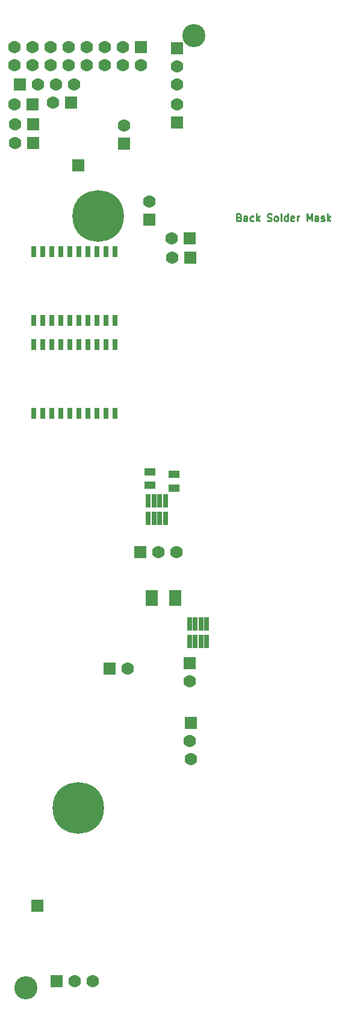
<source format=gbs>
G04 (created by PCBNEW (2013-mar-13)-testing) date Fri 03 May 2013 14:03:15 BST*
%MOIN*%
G04 Gerber Fmt 3.4, Leading zero omitted, Abs format*
%FSLAX34Y34*%
G01*
G70*
G90*
G04 APERTURE LIST*
%ADD10C,0.006*%
%ADD11C,0.00984252*%
%ADD12C,0.127953*%
%ADD13C,0.285433*%
%ADD14R,0.0698425X0.0898425*%
%ADD15R,0.0698425X0.0698425*%
%ADD16C,0.0698425*%
%ADD17R,0.0298425X0.0598425*%
%ADD18R,0.0648425X0.0448425*%
%ADD19R,0.026378X0.0767717*%
G04 APERTURE END LIST*
G54D10*
G54D11*
X23123Y-32924D02*
X23180Y-32943D01*
X23198Y-32962D01*
X23217Y-32999D01*
X23217Y-33055D01*
X23198Y-33093D01*
X23180Y-33112D01*
X23142Y-33130D01*
X22992Y-33130D01*
X22992Y-32737D01*
X23123Y-32737D01*
X23161Y-32755D01*
X23180Y-32774D01*
X23198Y-32812D01*
X23198Y-32849D01*
X23180Y-32887D01*
X23161Y-32905D01*
X23123Y-32924D01*
X22992Y-32924D01*
X23555Y-33130D02*
X23555Y-32924D01*
X23536Y-32887D01*
X23498Y-32868D01*
X23423Y-32868D01*
X23386Y-32887D01*
X23555Y-33112D02*
X23517Y-33130D01*
X23423Y-33130D01*
X23386Y-33112D01*
X23367Y-33074D01*
X23367Y-33037D01*
X23386Y-32999D01*
X23423Y-32980D01*
X23517Y-32980D01*
X23555Y-32962D01*
X23911Y-33112D02*
X23873Y-33130D01*
X23798Y-33130D01*
X23761Y-33112D01*
X23742Y-33093D01*
X23723Y-33055D01*
X23723Y-32943D01*
X23742Y-32905D01*
X23761Y-32887D01*
X23798Y-32868D01*
X23873Y-32868D01*
X23911Y-32887D01*
X24079Y-33130D02*
X24079Y-32737D01*
X24117Y-32980D02*
X24229Y-33130D01*
X24229Y-32868D02*
X24079Y-33018D01*
X24679Y-33112D02*
X24736Y-33130D01*
X24829Y-33130D01*
X24867Y-33112D01*
X24886Y-33093D01*
X24904Y-33055D01*
X24904Y-33018D01*
X24886Y-32980D01*
X24867Y-32962D01*
X24829Y-32943D01*
X24754Y-32924D01*
X24717Y-32905D01*
X24698Y-32887D01*
X24679Y-32849D01*
X24679Y-32812D01*
X24698Y-32774D01*
X24717Y-32755D01*
X24754Y-32737D01*
X24848Y-32737D01*
X24904Y-32755D01*
X25129Y-33130D02*
X25092Y-33112D01*
X25073Y-33093D01*
X25054Y-33055D01*
X25054Y-32943D01*
X25073Y-32905D01*
X25092Y-32887D01*
X25129Y-32868D01*
X25186Y-32868D01*
X25223Y-32887D01*
X25242Y-32905D01*
X25261Y-32943D01*
X25261Y-33055D01*
X25242Y-33093D01*
X25223Y-33112D01*
X25186Y-33130D01*
X25129Y-33130D01*
X25486Y-33130D02*
X25448Y-33112D01*
X25429Y-33074D01*
X25429Y-32737D01*
X25804Y-33130D02*
X25804Y-32737D01*
X25804Y-33112D02*
X25767Y-33130D01*
X25692Y-33130D01*
X25654Y-33112D01*
X25636Y-33093D01*
X25617Y-33055D01*
X25617Y-32943D01*
X25636Y-32905D01*
X25654Y-32887D01*
X25692Y-32868D01*
X25767Y-32868D01*
X25804Y-32887D01*
X26142Y-33112D02*
X26104Y-33130D01*
X26029Y-33130D01*
X25992Y-33112D01*
X25973Y-33074D01*
X25973Y-32924D01*
X25992Y-32887D01*
X26029Y-32868D01*
X26104Y-32868D01*
X26142Y-32887D01*
X26160Y-32924D01*
X26160Y-32962D01*
X25973Y-32999D01*
X26329Y-33130D02*
X26329Y-32868D01*
X26329Y-32943D02*
X26348Y-32905D01*
X26367Y-32887D01*
X26404Y-32868D01*
X26442Y-32868D01*
X26873Y-33130D02*
X26873Y-32737D01*
X27004Y-33018D01*
X27135Y-32737D01*
X27135Y-33130D01*
X27492Y-33130D02*
X27492Y-32924D01*
X27473Y-32887D01*
X27435Y-32868D01*
X27360Y-32868D01*
X27323Y-32887D01*
X27492Y-33112D02*
X27454Y-33130D01*
X27360Y-33130D01*
X27323Y-33112D01*
X27304Y-33074D01*
X27304Y-33037D01*
X27323Y-32999D01*
X27360Y-32980D01*
X27454Y-32980D01*
X27492Y-32962D01*
X27660Y-33112D02*
X27698Y-33130D01*
X27773Y-33130D01*
X27810Y-33112D01*
X27829Y-33074D01*
X27829Y-33055D01*
X27810Y-33018D01*
X27773Y-32999D01*
X27717Y-32999D01*
X27679Y-32980D01*
X27660Y-32943D01*
X27660Y-32924D01*
X27679Y-32887D01*
X27717Y-32868D01*
X27773Y-32868D01*
X27810Y-32887D01*
X27998Y-33130D02*
X27998Y-32737D01*
X28035Y-32980D02*
X28148Y-33130D01*
X28148Y-32868D02*
X27998Y-33018D01*
G54D12*
X11299Y-75500D03*
G54D13*
X15305Y-32844D03*
X14206Y-65549D03*
G54D14*
X18283Y-53964D03*
X19583Y-53964D03*
G54D15*
X17673Y-23515D03*
G54D16*
X17673Y-24515D03*
X16673Y-23515D03*
X16673Y-24515D03*
X15673Y-23515D03*
X15673Y-24515D03*
X14673Y-23515D03*
X14673Y-24515D03*
X13673Y-23515D03*
X13673Y-24515D03*
X12673Y-23515D03*
X12673Y-24515D03*
X11673Y-23515D03*
X11673Y-24515D03*
X10673Y-23515D03*
X10673Y-24515D03*
G54D17*
X16251Y-43756D03*
X15751Y-43756D03*
X15251Y-43756D03*
X14751Y-43756D03*
X14251Y-43756D03*
X13751Y-43756D03*
X13251Y-43756D03*
X12751Y-43756D03*
X12251Y-43756D03*
X11751Y-43756D03*
X11751Y-39956D03*
X12251Y-39956D03*
X12751Y-39956D03*
X13251Y-39956D03*
X13751Y-39956D03*
X14251Y-39956D03*
X14751Y-39956D03*
X15251Y-39956D03*
X15751Y-39956D03*
X16251Y-39956D03*
X16251Y-38610D03*
X15751Y-38610D03*
X15251Y-38610D03*
X14751Y-38610D03*
X14251Y-38610D03*
X13751Y-38610D03*
X13251Y-38610D03*
X12751Y-38610D03*
X12251Y-38610D03*
X11751Y-38610D03*
X11751Y-34810D03*
X12251Y-34810D03*
X12751Y-34810D03*
X13251Y-34810D03*
X13751Y-34810D03*
X14251Y-34810D03*
X14751Y-34810D03*
X15251Y-34810D03*
X15751Y-34810D03*
X16251Y-34810D03*
G54D18*
X19500Y-47125D03*
X19500Y-47875D03*
X18169Y-47725D03*
X18169Y-46975D03*
G54D15*
X20393Y-57551D03*
G54D16*
X20393Y-58551D03*
G54D15*
X11690Y-26692D03*
G54D16*
X10690Y-26692D03*
G54D15*
X11700Y-27783D03*
G54D16*
X10700Y-27783D03*
G54D15*
X17647Y-51407D03*
G54D16*
X18647Y-51407D03*
X19647Y-51407D03*
G54D15*
X20429Y-60850D03*
G54D16*
X20393Y-61850D03*
X20429Y-62850D03*
G54D15*
X16732Y-28840D03*
G54D16*
X16732Y-27840D03*
G54D15*
X13025Y-75127D03*
G54D16*
X14025Y-75127D03*
X15025Y-75127D03*
G54D15*
X19665Y-27685D03*
G54D16*
X19665Y-26685D03*
G54D15*
X14224Y-30059D03*
X11700Y-28834D03*
G54D16*
X10700Y-28834D03*
G54D15*
X18145Y-33051D03*
G54D16*
X18145Y-32051D03*
G54D15*
X19665Y-23596D03*
G54D16*
X19665Y-24596D03*
X19665Y-25596D03*
G54D19*
X18082Y-49570D03*
X18397Y-49570D03*
X18712Y-49570D03*
X19027Y-49570D03*
X18082Y-48594D03*
X18397Y-48594D03*
X18712Y-48594D03*
X19027Y-48594D03*
G54D15*
X11940Y-70960D03*
X15944Y-57862D03*
G54D16*
X16944Y-57862D03*
G54D15*
X20397Y-35161D03*
G54D16*
X19397Y-35161D03*
G54D15*
X20389Y-34090D03*
G54D16*
X19389Y-34090D03*
G54D12*
X20600Y-22900D03*
G54D19*
X20366Y-56362D03*
X20681Y-56362D03*
X20996Y-56362D03*
X21311Y-56362D03*
X20366Y-55385D03*
X20681Y-55385D03*
X20996Y-55385D03*
X21311Y-55385D03*
G54D15*
X10988Y-25578D03*
G54D16*
X11988Y-25578D03*
X12988Y-25578D03*
X13988Y-25578D03*
G54D15*
X13807Y-26574D03*
G54D16*
X12807Y-26574D03*
M02*

</source>
